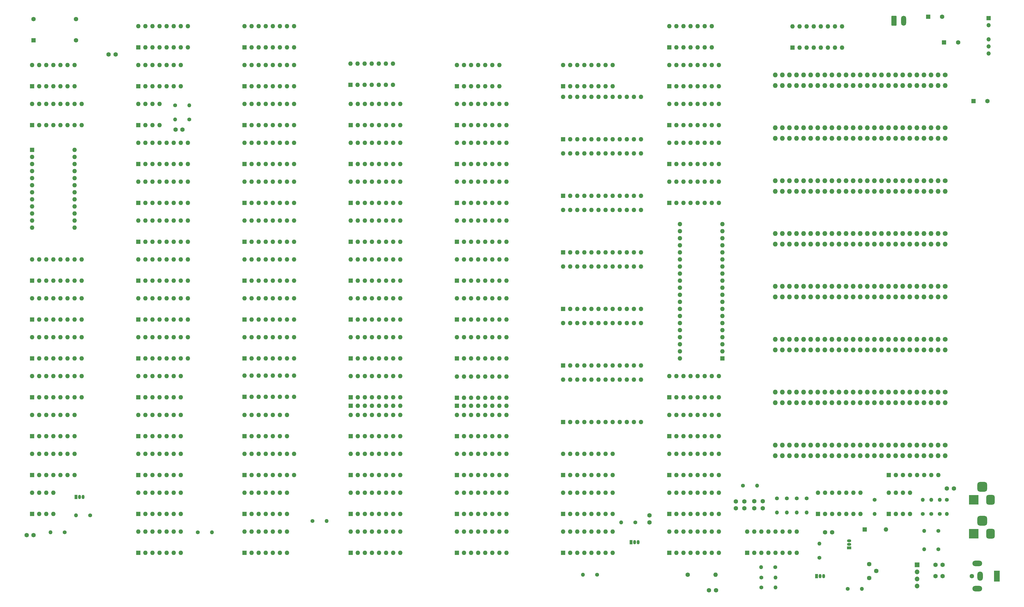
<source format=gbr>
G04 #@! TF.GenerationSoftware,KiCad,Pcbnew,6.0.0-d3dd2cf0fa~116~ubuntu21.10.1*
G04 #@! TF.CreationDate,2022-01-15T20:47:48-06:00*
G04 #@! TF.ProjectId,applebrd,6170706c-6562-4726-942e-6b696361645f,rev?*
G04 #@! TF.SameCoordinates,Original*
G04 #@! TF.FileFunction,Soldermask,Bot*
G04 #@! TF.FilePolarity,Negative*
%FSLAX46Y46*%
G04 Gerber Fmt 4.6, Leading zero omitted, Abs format (unit mm)*
G04 Created by KiCad (PCBNEW 6.0.0-d3dd2cf0fa~116~ubuntu21.10.1) date 2022-01-15 20:47:48*
%MOMM*%
%LPD*%
G01*
G04 APERTURE LIST*
G04 Aperture macros list*
%AMRoundRect*
0 Rectangle with rounded corners*
0 $1 Rounding radius*
0 $2 $3 $4 $5 $6 $7 $8 $9 X,Y pos of 4 corners*
0 Add a 4 corners polygon primitive as box body*
4,1,4,$2,$3,$4,$5,$6,$7,$8,$9,$2,$3,0*
0 Add four circle primitives for the rounded corners*
1,1,$1+$1,$2,$3*
1,1,$1+$1,$4,$5*
1,1,$1+$1,$6,$7*
1,1,$1+$1,$8,$9*
0 Add four rect primitives between the rounded corners*
20,1,$1+$1,$2,$3,$4,$5,0*
20,1,$1+$1,$4,$5,$6,$7,0*
20,1,$1+$1,$6,$7,$8,$9,0*
20,1,$1+$1,$8,$9,$2,$3,0*%
G04 Aperture macros list end*
%ADD10C,1.620000*%
%ADD11RoundRect,0.250000X-0.650000X-1.550000X0.650000X-1.550000X0.650000X1.550000X-0.650000X1.550000X0*%
%ADD12O,1.800000X3.600000*%
%ADD13R,2.000000X4.000000*%
%ADD14O,2.000000X3.300000*%
%ADD15O,3.500000X2.000000*%
%ADD16C,1.600000*%
%ADD17R,1.600000X1.600000*%
%ADD18O,1.600000X1.600000*%
%ADD19R,1.050000X1.500000*%
%ADD20O,1.050000X1.500000*%
%ADD21C,1.400000*%
%ADD22O,1.400000X1.400000*%
%ADD23R,1.500000X1.050000*%
%ADD24O,1.500000X1.050000*%
%ADD25R,3.500000X3.500000*%
%ADD26RoundRect,0.750000X0.750000X1.000000X-0.750000X1.000000X-0.750000X-1.000000X0.750000X-1.000000X0*%
%ADD27RoundRect,0.875000X0.875000X0.875000X-0.875000X0.875000X-0.875000X-0.875000X0.875000X-0.875000X0*%
%ADD28R,1.700000X1.700000*%
%ADD29O,1.700000X1.700000*%
%ADD30O,1.727200X1.727200*%
%ADD31C,1.727200*%
%ADD32R,1.500000X1.500000*%
%ADD33O,1.500000X1.500000*%
G04 APERTURE END LIST*
D10*
X358745400Y-360817800D03*
X361245400Y-358317800D03*
X358745400Y-355817800D03*
D11*
X367588800Y-160553400D03*
D12*
X371088800Y-160553400D03*
D13*
X404508600Y-360121200D03*
D14*
X398508600Y-360121200D03*
D15*
X397508600Y-355621200D03*
X397508600Y-364621200D03*
D16*
X395508600Y-360121200D03*
D17*
X357124000Y-343408000D03*
D18*
X364744000Y-343408000D03*
D19*
X273304000Y-347980000D03*
D20*
X274574000Y-347980000D03*
X275844000Y-347980000D03*
D19*
X339852000Y-360172000D03*
D20*
X341122000Y-360172000D03*
X342392000Y-360172000D03*
D19*
X74168000Y-331724000D03*
D20*
X75438000Y-331724000D03*
X76708000Y-331724000D03*
D21*
X261112000Y-359664000D03*
D22*
X256032000Y-359664000D03*
D21*
X324982840Y-356930960D03*
D22*
X319902840Y-356930960D03*
D21*
X320040000Y-364236000D03*
D22*
X325120000Y-364236000D03*
D21*
X320040000Y-360680000D03*
D22*
X325120000Y-360680000D03*
D21*
X351028000Y-364744000D03*
D22*
X356108000Y-364744000D03*
D21*
X383540000Y-350520000D03*
D22*
X378460000Y-350520000D03*
D21*
X114808000Y-196088000D03*
D22*
X114808000Y-191008000D03*
D21*
X109728000Y-191008000D03*
D22*
X109728000Y-196088000D03*
D21*
X79248000Y-338328000D03*
D22*
X74168000Y-338328000D03*
D21*
X360680000Y-332740000D03*
D22*
X360680000Y-337820000D03*
D21*
X377952000Y-337820000D03*
D22*
X377952000Y-332740000D03*
D21*
X381000000Y-337820000D03*
D22*
X381000000Y-332740000D03*
D21*
X383540000Y-343916000D03*
D22*
X378460000Y-343916000D03*
D21*
X384048000Y-337820000D03*
D22*
X384048000Y-332740000D03*
D21*
X325628000Y-332232000D03*
D22*
X325628000Y-337312000D03*
D21*
X329184000Y-332232000D03*
D22*
X329184000Y-337312000D03*
D21*
X332740000Y-332232000D03*
D22*
X332740000Y-337312000D03*
D21*
X336296000Y-332232000D03*
D22*
X336296000Y-337312000D03*
D21*
X340868000Y-353568000D03*
D22*
X340868000Y-348488000D03*
D21*
X117856000Y-344424000D03*
D22*
X122936000Y-344424000D03*
D21*
X70104000Y-344424000D03*
D22*
X65024000Y-344424000D03*
D21*
X274828000Y-340868000D03*
D22*
X269748000Y-340868000D03*
D21*
X386588000Y-332740000D03*
D22*
X386588000Y-337820000D03*
D21*
X159004000Y-340360000D03*
D22*
X164084000Y-340360000D03*
D17*
X172720000Y-298958000D03*
D18*
X175260000Y-298958000D03*
X177800000Y-298958000D03*
X180340000Y-298958000D03*
X182880000Y-298958000D03*
X185420000Y-298958000D03*
X187960000Y-298958000D03*
X190500000Y-298958000D03*
D17*
X58420000Y-184150000D03*
D18*
X60960000Y-184150000D03*
X63500000Y-184150000D03*
X66040000Y-184150000D03*
X68580000Y-184150000D03*
X71120000Y-184150000D03*
X73660000Y-184150000D03*
X73660000Y-176530000D03*
X71120000Y-176530000D03*
X68580000Y-176530000D03*
X66040000Y-176530000D03*
X63500000Y-176530000D03*
X60960000Y-176530000D03*
X58420000Y-176530000D03*
D17*
X58420000Y-198120000D03*
D18*
X60960000Y-198120000D03*
X63500000Y-198120000D03*
X66040000Y-198120000D03*
X68580000Y-198120000D03*
X71120000Y-198120000D03*
X73660000Y-198120000D03*
X76200000Y-198120000D03*
X76200000Y-190500000D03*
X73660000Y-190500000D03*
X71120000Y-190500000D03*
X68580000Y-190500000D03*
X66040000Y-190500000D03*
X63500000Y-190500000D03*
X60960000Y-190500000D03*
X58420000Y-190500000D03*
D17*
X58420000Y-207010000D03*
D18*
X58420000Y-209550000D03*
X58420000Y-212090000D03*
X58420000Y-214630000D03*
X58420000Y-217170000D03*
X58420000Y-219710000D03*
X58420000Y-222250000D03*
X58420000Y-224790000D03*
X58420000Y-227330000D03*
X58420000Y-229870000D03*
X58420000Y-232410000D03*
X58420000Y-234950000D03*
X73660000Y-234950000D03*
X73660000Y-232410000D03*
X73660000Y-229870000D03*
X73660000Y-227330000D03*
X73660000Y-224790000D03*
X73660000Y-222250000D03*
X73660000Y-219710000D03*
X73660000Y-217170000D03*
X73660000Y-214630000D03*
X73660000Y-212090000D03*
X73660000Y-209550000D03*
X73660000Y-207010000D03*
D17*
X58420000Y-267970000D03*
D18*
X60960000Y-267970000D03*
X63500000Y-267970000D03*
X66040000Y-267970000D03*
X68580000Y-267970000D03*
X71120000Y-267970000D03*
X73660000Y-267970000D03*
X76200000Y-267970000D03*
X76200000Y-260350000D03*
X73660000Y-260350000D03*
X71120000Y-260350000D03*
X68580000Y-260350000D03*
X66040000Y-260350000D03*
X63500000Y-260350000D03*
X60960000Y-260350000D03*
X58420000Y-260350000D03*
D17*
X58420000Y-254000000D03*
D18*
X60960000Y-254000000D03*
X63500000Y-254000000D03*
X66040000Y-254000000D03*
X68580000Y-254000000D03*
X71120000Y-254000000D03*
X73660000Y-254000000D03*
X76200000Y-254000000D03*
X76200000Y-246380000D03*
X73660000Y-246380000D03*
X71120000Y-246380000D03*
X68580000Y-246380000D03*
X66040000Y-246380000D03*
X63500000Y-246380000D03*
X60960000Y-246380000D03*
X58420000Y-246380000D03*
D17*
X58420000Y-281940000D03*
D18*
X60960000Y-281940000D03*
X63500000Y-281940000D03*
X66040000Y-281940000D03*
X68580000Y-281940000D03*
X71120000Y-281940000D03*
X73660000Y-281940000D03*
X76200000Y-281940000D03*
X76200000Y-274320000D03*
X73660000Y-274320000D03*
X71120000Y-274320000D03*
X68580000Y-274320000D03*
X66040000Y-274320000D03*
X63500000Y-274320000D03*
X60960000Y-274320000D03*
X58420000Y-274320000D03*
D17*
X58420000Y-295910000D03*
D18*
X60960000Y-295910000D03*
X63500000Y-295910000D03*
X66040000Y-295910000D03*
X68580000Y-295910000D03*
X71120000Y-295910000D03*
X73660000Y-295910000D03*
X76200000Y-295910000D03*
X76200000Y-288290000D03*
X73660000Y-288290000D03*
X71120000Y-288290000D03*
X68580000Y-288290000D03*
X66040000Y-288290000D03*
X63500000Y-288290000D03*
X60960000Y-288290000D03*
X58420000Y-288290000D03*
D17*
X58420000Y-309880000D03*
D18*
X60960000Y-309880000D03*
X63500000Y-309880000D03*
X66040000Y-309880000D03*
X68580000Y-309880000D03*
X71120000Y-309880000D03*
X73660000Y-309880000D03*
X73660000Y-302260000D03*
X71120000Y-302260000D03*
X68580000Y-302260000D03*
X66040000Y-302260000D03*
X63500000Y-302260000D03*
X60960000Y-302260000D03*
X58420000Y-302260000D03*
D17*
X58420000Y-323850000D03*
D18*
X60960000Y-323850000D03*
X63500000Y-323850000D03*
X66040000Y-323850000D03*
X68580000Y-323850000D03*
X71120000Y-323850000D03*
X73660000Y-323850000D03*
X73660000Y-316230000D03*
X71120000Y-316230000D03*
X68580000Y-316230000D03*
X66040000Y-316230000D03*
X63500000Y-316230000D03*
X60960000Y-316230000D03*
X58420000Y-316230000D03*
D17*
X96520000Y-170180000D03*
D18*
X99060000Y-170180000D03*
X101600000Y-170180000D03*
X104140000Y-170180000D03*
X106680000Y-170180000D03*
X109220000Y-170180000D03*
X111760000Y-170180000D03*
X114300000Y-170180000D03*
X114300000Y-162560000D03*
X111760000Y-162560000D03*
X109220000Y-162560000D03*
X106680000Y-162560000D03*
X104140000Y-162560000D03*
X101600000Y-162560000D03*
X99060000Y-162560000D03*
X96520000Y-162560000D03*
D17*
X96520000Y-184150000D03*
D18*
X99060000Y-184150000D03*
X101600000Y-184150000D03*
X104140000Y-184150000D03*
X106680000Y-184150000D03*
X109220000Y-184150000D03*
X111760000Y-184150000D03*
X111760000Y-176530000D03*
X109220000Y-176530000D03*
X106680000Y-176530000D03*
X104140000Y-176530000D03*
X101600000Y-176530000D03*
X99060000Y-176530000D03*
X96520000Y-176530000D03*
D17*
X96520000Y-212090000D03*
D18*
X99060000Y-212090000D03*
X101600000Y-212090000D03*
X104140000Y-212090000D03*
X106680000Y-212090000D03*
X109220000Y-212090000D03*
X111760000Y-212090000D03*
X114300000Y-212090000D03*
X114300000Y-204470000D03*
X111760000Y-204470000D03*
X109220000Y-204470000D03*
X106680000Y-204470000D03*
X104140000Y-204470000D03*
X101600000Y-204470000D03*
X99060000Y-204470000D03*
X96520000Y-204470000D03*
D17*
X96520000Y-226060000D03*
D18*
X99060000Y-226060000D03*
X101600000Y-226060000D03*
X104140000Y-226060000D03*
X106680000Y-226060000D03*
X109220000Y-226060000D03*
X111760000Y-226060000D03*
X114300000Y-226060000D03*
X114300000Y-218440000D03*
X111760000Y-218440000D03*
X109220000Y-218440000D03*
X106680000Y-218440000D03*
X104140000Y-218440000D03*
X101600000Y-218440000D03*
X99060000Y-218440000D03*
X96520000Y-218440000D03*
D17*
X96520000Y-240030000D03*
D18*
X99060000Y-240030000D03*
X101600000Y-240030000D03*
X104140000Y-240030000D03*
X106680000Y-240030000D03*
X109220000Y-240030000D03*
X111760000Y-240030000D03*
X114300000Y-240030000D03*
X114300000Y-232410000D03*
X111760000Y-232410000D03*
X109220000Y-232410000D03*
X106680000Y-232410000D03*
X104140000Y-232410000D03*
X101600000Y-232410000D03*
X99060000Y-232410000D03*
X96520000Y-232410000D03*
D17*
X96520000Y-254000000D03*
D18*
X99060000Y-254000000D03*
X101600000Y-254000000D03*
X104140000Y-254000000D03*
X106680000Y-254000000D03*
X109220000Y-254000000D03*
X111760000Y-254000000D03*
X114300000Y-254000000D03*
X114300000Y-246380000D03*
X111760000Y-246380000D03*
X109220000Y-246380000D03*
X106680000Y-246380000D03*
X104140000Y-246380000D03*
X101600000Y-246380000D03*
X99060000Y-246380000D03*
X96520000Y-246380000D03*
D17*
X96520000Y-267970000D03*
D18*
X99060000Y-267970000D03*
X101600000Y-267970000D03*
X104140000Y-267970000D03*
X106680000Y-267970000D03*
X109220000Y-267970000D03*
X111760000Y-267970000D03*
X114300000Y-267970000D03*
X114300000Y-260350000D03*
X111760000Y-260350000D03*
X109220000Y-260350000D03*
X106680000Y-260350000D03*
X104140000Y-260350000D03*
X101600000Y-260350000D03*
X99060000Y-260350000D03*
X96520000Y-260350000D03*
D17*
X96520000Y-281940000D03*
D18*
X99060000Y-281940000D03*
X101600000Y-281940000D03*
X104140000Y-281940000D03*
X106680000Y-281940000D03*
X109220000Y-281940000D03*
X111760000Y-281940000D03*
X114300000Y-281940000D03*
X114300000Y-274320000D03*
X111760000Y-274320000D03*
X109220000Y-274320000D03*
X106680000Y-274320000D03*
X104140000Y-274320000D03*
X101600000Y-274320000D03*
X99060000Y-274320000D03*
X96520000Y-274320000D03*
D17*
X96520000Y-295910000D03*
D18*
X99060000Y-295910000D03*
X101600000Y-295910000D03*
X104140000Y-295910000D03*
X106680000Y-295910000D03*
X109220000Y-295910000D03*
X111760000Y-295910000D03*
X111760000Y-288290000D03*
X109220000Y-288290000D03*
X106680000Y-288290000D03*
X104140000Y-288290000D03*
X101600000Y-288290000D03*
X99060000Y-288290000D03*
X96520000Y-288290000D03*
D17*
X96520000Y-309880000D03*
D18*
X99060000Y-309880000D03*
X101600000Y-309880000D03*
X104140000Y-309880000D03*
X106680000Y-309880000D03*
X109220000Y-309880000D03*
X111760000Y-309880000D03*
X111760000Y-302260000D03*
X109220000Y-302260000D03*
X106680000Y-302260000D03*
X104140000Y-302260000D03*
X101600000Y-302260000D03*
X99060000Y-302260000D03*
X96520000Y-302260000D03*
D17*
X96520000Y-337820000D03*
D18*
X99060000Y-337820000D03*
X101600000Y-337820000D03*
X104140000Y-337820000D03*
X106680000Y-337820000D03*
X109220000Y-337820000D03*
X111760000Y-337820000D03*
X111760000Y-330200000D03*
X109220000Y-330200000D03*
X106680000Y-330200000D03*
X104140000Y-330200000D03*
X101600000Y-330200000D03*
X99060000Y-330200000D03*
X96520000Y-330200000D03*
D17*
X96520000Y-351790000D03*
D18*
X99060000Y-351790000D03*
X101600000Y-351790000D03*
X104140000Y-351790000D03*
X106680000Y-351790000D03*
X109220000Y-351790000D03*
X111760000Y-351790000D03*
X111760000Y-344170000D03*
X109220000Y-344170000D03*
X106680000Y-344170000D03*
X104140000Y-344170000D03*
X101600000Y-344170000D03*
X99060000Y-344170000D03*
X96520000Y-344170000D03*
D17*
X134620000Y-170180000D03*
D18*
X137160000Y-170180000D03*
X139700000Y-170180000D03*
X142240000Y-170180000D03*
X144780000Y-170180000D03*
X147320000Y-170180000D03*
X149860000Y-170180000D03*
X152400000Y-170180000D03*
X152400000Y-162560000D03*
X149860000Y-162560000D03*
X147320000Y-162560000D03*
X144780000Y-162560000D03*
X142240000Y-162560000D03*
X139700000Y-162560000D03*
X137160000Y-162560000D03*
X134620000Y-162560000D03*
D17*
X134620000Y-184150000D03*
D18*
X137160000Y-184150000D03*
X139700000Y-184150000D03*
X142240000Y-184150000D03*
X144780000Y-184150000D03*
X147320000Y-184150000D03*
X149860000Y-184150000D03*
X152400000Y-184150000D03*
X152400000Y-176530000D03*
X149860000Y-176530000D03*
X147320000Y-176530000D03*
X144780000Y-176530000D03*
X142240000Y-176530000D03*
X139700000Y-176530000D03*
X137160000Y-176530000D03*
X134620000Y-176530000D03*
D17*
X134620000Y-323850000D03*
D18*
X137160000Y-323850000D03*
X139700000Y-323850000D03*
X142240000Y-323850000D03*
X144780000Y-323850000D03*
X147320000Y-323850000D03*
X149860000Y-323850000D03*
X152400000Y-323850000D03*
X152400000Y-316230000D03*
X149860000Y-316230000D03*
X147320000Y-316230000D03*
X144780000Y-316230000D03*
X142240000Y-316230000D03*
X139700000Y-316230000D03*
X137160000Y-316230000D03*
X134620000Y-316230000D03*
D17*
X134620000Y-337820000D03*
D18*
X137160000Y-337820000D03*
X139700000Y-337820000D03*
X142240000Y-337820000D03*
X144780000Y-337820000D03*
X147320000Y-337820000D03*
X149860000Y-337820000D03*
X149860000Y-330200000D03*
X147320000Y-330200000D03*
X144780000Y-330200000D03*
X142240000Y-330200000D03*
X139700000Y-330200000D03*
X137160000Y-330200000D03*
X134620000Y-330200000D03*
D17*
X134620000Y-351790000D03*
D18*
X137160000Y-351790000D03*
X139700000Y-351790000D03*
X142240000Y-351790000D03*
X144780000Y-351790000D03*
X147320000Y-351790000D03*
X149860000Y-351790000D03*
X149860000Y-344170000D03*
X147320000Y-344170000D03*
X144780000Y-344170000D03*
X142240000Y-344170000D03*
X139700000Y-344170000D03*
X137160000Y-344170000D03*
X134620000Y-344170000D03*
D17*
X172720000Y-309880000D03*
D18*
X175260000Y-309880000D03*
X177800000Y-309880000D03*
X180340000Y-309880000D03*
X182880000Y-309880000D03*
X185420000Y-309880000D03*
X187960000Y-309880000D03*
X190500000Y-309880000D03*
X190500000Y-302260000D03*
X187960000Y-302260000D03*
X185420000Y-302260000D03*
X182880000Y-302260000D03*
X180340000Y-302260000D03*
X177800000Y-302260000D03*
X175260000Y-302260000D03*
X172720000Y-302260000D03*
D17*
X172720000Y-323850000D03*
D18*
X175260000Y-323850000D03*
X177800000Y-323850000D03*
X180340000Y-323850000D03*
X182880000Y-323850000D03*
X185420000Y-323850000D03*
X187960000Y-323850000D03*
X190500000Y-323850000D03*
X190500000Y-316230000D03*
X187960000Y-316230000D03*
X185420000Y-316230000D03*
X182880000Y-316230000D03*
X180340000Y-316230000D03*
X177800000Y-316230000D03*
X175260000Y-316230000D03*
X172720000Y-316230000D03*
D17*
X172720000Y-337820000D03*
D18*
X175260000Y-337820000D03*
X177800000Y-337820000D03*
X180340000Y-337820000D03*
X182880000Y-337820000D03*
X185420000Y-337820000D03*
X187960000Y-337820000D03*
X190500000Y-337820000D03*
X190500000Y-330200000D03*
X187960000Y-330200000D03*
X185420000Y-330200000D03*
X182880000Y-330200000D03*
X180340000Y-330200000D03*
X177800000Y-330200000D03*
X175260000Y-330200000D03*
X172720000Y-330200000D03*
D17*
X172720000Y-351790000D03*
D18*
X175260000Y-351790000D03*
X177800000Y-351790000D03*
X180340000Y-351790000D03*
X182880000Y-351790000D03*
X185420000Y-351790000D03*
X187960000Y-351790000D03*
X190500000Y-351790000D03*
X190500000Y-344170000D03*
X187960000Y-344170000D03*
X185420000Y-344170000D03*
X182880000Y-344170000D03*
X180340000Y-344170000D03*
X177800000Y-344170000D03*
X175260000Y-344170000D03*
X172720000Y-344170000D03*
D17*
X210820000Y-309880000D03*
D18*
X213360000Y-309880000D03*
X215900000Y-309880000D03*
X218440000Y-309880000D03*
X220980000Y-309880000D03*
X223520000Y-309880000D03*
X226060000Y-309880000D03*
X228600000Y-309880000D03*
X228600000Y-302260000D03*
X226060000Y-302260000D03*
X223520000Y-302260000D03*
X220980000Y-302260000D03*
X218440000Y-302260000D03*
X215900000Y-302260000D03*
X213360000Y-302260000D03*
X210820000Y-302260000D03*
D17*
X210820000Y-323850000D03*
D18*
X213360000Y-323850000D03*
X215900000Y-323850000D03*
X218440000Y-323850000D03*
X220980000Y-323850000D03*
X223520000Y-323850000D03*
X226060000Y-323850000D03*
X228600000Y-323850000D03*
X228600000Y-316230000D03*
X226060000Y-316230000D03*
X223520000Y-316230000D03*
X220980000Y-316230000D03*
X218440000Y-316230000D03*
X215900000Y-316230000D03*
X213360000Y-316230000D03*
X210820000Y-316230000D03*
D17*
X210820000Y-351790000D03*
D18*
X213360000Y-351790000D03*
X215900000Y-351790000D03*
X218440000Y-351790000D03*
X220980000Y-351790000D03*
X223520000Y-351790000D03*
X226060000Y-351790000D03*
X228600000Y-351790000D03*
X228600000Y-344170000D03*
X226060000Y-344170000D03*
X223520000Y-344170000D03*
X220980000Y-344170000D03*
X218440000Y-344170000D03*
X215900000Y-344170000D03*
X213360000Y-344170000D03*
X210820000Y-344170000D03*
D17*
X248920000Y-184150000D03*
D18*
X251460000Y-184150000D03*
X254000000Y-184150000D03*
X256540000Y-184150000D03*
X259080000Y-184150000D03*
X261620000Y-184150000D03*
X264160000Y-184150000D03*
X266700000Y-184150000D03*
X266700000Y-176530000D03*
X264160000Y-176530000D03*
X261620000Y-176530000D03*
X259080000Y-176530000D03*
X256540000Y-176530000D03*
X254000000Y-176530000D03*
X251460000Y-176530000D03*
X248920000Y-176530000D03*
D17*
X248920000Y-323850000D03*
D18*
X251460000Y-323850000D03*
X254000000Y-323850000D03*
X256540000Y-323850000D03*
X259080000Y-323850000D03*
X261620000Y-323850000D03*
X264160000Y-323850000D03*
X266700000Y-323850000D03*
X266700000Y-316230000D03*
X264160000Y-316230000D03*
X261620000Y-316230000D03*
X259080000Y-316230000D03*
X256540000Y-316230000D03*
X254000000Y-316230000D03*
X251460000Y-316230000D03*
X248920000Y-316230000D03*
D17*
X248920000Y-337820000D03*
D18*
X251460000Y-337820000D03*
X254000000Y-337820000D03*
X256540000Y-337820000D03*
X259080000Y-337820000D03*
X261620000Y-337820000D03*
X264160000Y-337820000D03*
X266700000Y-337820000D03*
X266700000Y-330200000D03*
X264160000Y-330200000D03*
X261620000Y-330200000D03*
X259080000Y-330200000D03*
X256540000Y-330200000D03*
X254000000Y-330200000D03*
X251460000Y-330200000D03*
X248920000Y-330200000D03*
D17*
X248920000Y-351790000D03*
D18*
X251460000Y-351790000D03*
X254000000Y-351790000D03*
X256540000Y-351790000D03*
X259080000Y-351790000D03*
X261620000Y-351790000D03*
X264160000Y-351790000D03*
X266700000Y-351790000D03*
X266700000Y-344170000D03*
X264160000Y-344170000D03*
X261620000Y-344170000D03*
X259080000Y-344170000D03*
X256540000Y-344170000D03*
X254000000Y-344170000D03*
X251460000Y-344170000D03*
X248920000Y-344170000D03*
D17*
X287020000Y-170180000D03*
D18*
X289560000Y-170180000D03*
X292100000Y-170180000D03*
X294640000Y-170180000D03*
X297180000Y-170180000D03*
X299720000Y-170180000D03*
X302260000Y-170180000D03*
X302260000Y-162560000D03*
X299720000Y-162560000D03*
X297180000Y-162560000D03*
X294640000Y-162560000D03*
X292100000Y-162560000D03*
X289560000Y-162560000D03*
X287020000Y-162560000D03*
D17*
X287020000Y-351790000D03*
D18*
X289560000Y-351790000D03*
X292100000Y-351790000D03*
X294640000Y-351790000D03*
X297180000Y-351790000D03*
X299720000Y-351790000D03*
X302260000Y-351790000D03*
X304800000Y-351790000D03*
X304800000Y-344170000D03*
X302260000Y-344170000D03*
X299720000Y-344170000D03*
X297180000Y-344170000D03*
X294640000Y-344170000D03*
X292100000Y-344170000D03*
X289560000Y-344170000D03*
X287020000Y-344170000D03*
D17*
X331195680Y-170263820D03*
D18*
X333735680Y-170263820D03*
X336275680Y-170263820D03*
X338815680Y-170263820D03*
X341355680Y-170263820D03*
X343895680Y-170263820D03*
X346435680Y-170263820D03*
X348975680Y-170263820D03*
X348975680Y-162643820D03*
X346435680Y-162643820D03*
X343895680Y-162643820D03*
X341355680Y-162643820D03*
X338815680Y-162643820D03*
X336275680Y-162643820D03*
X333735680Y-162643820D03*
X331195680Y-162643820D03*
D17*
X287020000Y-198120000D03*
D18*
X289560000Y-198120000D03*
X292100000Y-198120000D03*
X294640000Y-198120000D03*
X297180000Y-198120000D03*
X299720000Y-198120000D03*
X302260000Y-198120000D03*
X304800000Y-198120000D03*
X304800000Y-190500000D03*
X302260000Y-190500000D03*
X299720000Y-190500000D03*
X297180000Y-190500000D03*
X294640000Y-190500000D03*
X292100000Y-190500000D03*
X289560000Y-190500000D03*
X287020000Y-190500000D03*
D17*
X287020000Y-212090000D03*
D18*
X289560000Y-212090000D03*
X292100000Y-212090000D03*
X294640000Y-212090000D03*
X297180000Y-212090000D03*
X299720000Y-212090000D03*
X302260000Y-212090000D03*
X304800000Y-212090000D03*
X304800000Y-204470000D03*
X302260000Y-204470000D03*
X299720000Y-204470000D03*
X297180000Y-204470000D03*
X294640000Y-204470000D03*
X292100000Y-204470000D03*
X289560000Y-204470000D03*
X287020000Y-204470000D03*
D17*
X314960000Y-351790000D03*
D18*
X317500000Y-351790000D03*
X320040000Y-351790000D03*
X322580000Y-351790000D03*
X325120000Y-351790000D03*
X327660000Y-351790000D03*
X330200000Y-351790000D03*
X332740000Y-351790000D03*
X332740000Y-344170000D03*
X330200000Y-344170000D03*
X327660000Y-344170000D03*
X325120000Y-344170000D03*
X322580000Y-344170000D03*
X320040000Y-344170000D03*
X317500000Y-344170000D03*
X314960000Y-344170000D03*
D17*
X365760000Y-337820000D03*
D18*
X368300000Y-337820000D03*
X370840000Y-337820000D03*
X373380000Y-337820000D03*
X373380000Y-330200000D03*
X370840000Y-330200000D03*
X368300000Y-330200000D03*
X365760000Y-330200000D03*
D17*
X287020000Y-226060000D03*
D18*
X289560000Y-226060000D03*
X292100000Y-226060000D03*
X294640000Y-226060000D03*
X297180000Y-226060000D03*
X299720000Y-226060000D03*
X302260000Y-226060000D03*
X304800000Y-226060000D03*
X304800000Y-218440000D03*
X302260000Y-218440000D03*
X299720000Y-218440000D03*
X297180000Y-218440000D03*
X294640000Y-218440000D03*
X292100000Y-218440000D03*
X289560000Y-218440000D03*
X287020000Y-218440000D03*
D17*
X287020000Y-295910000D03*
D18*
X289560000Y-295910000D03*
X292100000Y-295910000D03*
X294640000Y-295910000D03*
X297180000Y-295910000D03*
X299720000Y-295910000D03*
X302260000Y-295910000D03*
X304800000Y-295910000D03*
X304800000Y-288290000D03*
X302260000Y-288290000D03*
X299720000Y-288290000D03*
X297180000Y-288290000D03*
X294640000Y-288290000D03*
X292100000Y-288290000D03*
X289560000Y-288290000D03*
X287020000Y-288290000D03*
D17*
X287020000Y-309880000D03*
D18*
X289560000Y-309880000D03*
X292100000Y-309880000D03*
X294640000Y-309880000D03*
X297180000Y-309880000D03*
X299720000Y-309880000D03*
X302260000Y-309880000D03*
X304800000Y-309880000D03*
X304800000Y-302260000D03*
X302260000Y-302260000D03*
X299720000Y-302260000D03*
X297180000Y-302260000D03*
X294640000Y-302260000D03*
X292100000Y-302260000D03*
X289560000Y-302260000D03*
X287020000Y-302260000D03*
D17*
X248920000Y-203200000D03*
D18*
X251460000Y-203200000D03*
X254000000Y-203200000D03*
X256540000Y-203200000D03*
X259080000Y-203200000D03*
X261620000Y-203200000D03*
X264160000Y-203200000D03*
X266700000Y-203200000D03*
X269240000Y-203200000D03*
X271780000Y-203200000D03*
X274320000Y-203200000D03*
X276860000Y-203200000D03*
X276860000Y-187960000D03*
X274320000Y-187960000D03*
X271780000Y-187960000D03*
X269240000Y-187960000D03*
X266700000Y-187960000D03*
X264160000Y-187960000D03*
X261620000Y-187960000D03*
X259080000Y-187960000D03*
X256540000Y-187960000D03*
X254000000Y-187960000D03*
X251460000Y-187960000D03*
X248920000Y-187960000D03*
D17*
X248920000Y-223520000D03*
D18*
X251460000Y-223520000D03*
X254000000Y-223520000D03*
X256540000Y-223520000D03*
X259080000Y-223520000D03*
X261620000Y-223520000D03*
X264160000Y-223520000D03*
X266700000Y-223520000D03*
X269240000Y-223520000D03*
X271780000Y-223520000D03*
X274320000Y-223520000D03*
X276860000Y-223520000D03*
X276860000Y-208280000D03*
X274320000Y-208280000D03*
X271780000Y-208280000D03*
X269240000Y-208280000D03*
X266700000Y-208280000D03*
X264160000Y-208280000D03*
X261620000Y-208280000D03*
X259080000Y-208280000D03*
X256540000Y-208280000D03*
X254000000Y-208280000D03*
X251460000Y-208280000D03*
X248920000Y-208280000D03*
D17*
X248920000Y-243840000D03*
D18*
X251460000Y-243840000D03*
X254000000Y-243840000D03*
X256540000Y-243840000D03*
X259080000Y-243840000D03*
X261620000Y-243840000D03*
X264160000Y-243840000D03*
X266700000Y-243840000D03*
X269240000Y-243840000D03*
X271780000Y-243840000D03*
X274320000Y-243840000D03*
X276860000Y-243840000D03*
X276860000Y-228600000D03*
X274320000Y-228600000D03*
X271780000Y-228600000D03*
X269240000Y-228600000D03*
X266700000Y-228600000D03*
X264160000Y-228600000D03*
X261620000Y-228600000D03*
X259080000Y-228600000D03*
X256540000Y-228600000D03*
X254000000Y-228600000D03*
X251460000Y-228600000D03*
X248920000Y-228600000D03*
D17*
X248920000Y-264160000D03*
D18*
X251460000Y-264160000D03*
X254000000Y-264160000D03*
X256540000Y-264160000D03*
X259080000Y-264160000D03*
X261620000Y-264160000D03*
X264160000Y-264160000D03*
X266700000Y-264160000D03*
X269240000Y-264160000D03*
X271780000Y-264160000D03*
X274320000Y-264160000D03*
X276860000Y-264160000D03*
X276860000Y-248920000D03*
X274320000Y-248920000D03*
X271780000Y-248920000D03*
X269240000Y-248920000D03*
X266700000Y-248920000D03*
X264160000Y-248920000D03*
X261620000Y-248920000D03*
X259080000Y-248920000D03*
X256540000Y-248920000D03*
X254000000Y-248920000D03*
X251460000Y-248920000D03*
X248920000Y-248920000D03*
D17*
X248920000Y-284480000D03*
D18*
X251460000Y-284480000D03*
X254000000Y-284480000D03*
X256540000Y-284480000D03*
X259080000Y-284480000D03*
X261620000Y-284480000D03*
X264160000Y-284480000D03*
X266700000Y-284480000D03*
X269240000Y-284480000D03*
X271780000Y-284480000D03*
X274320000Y-284480000D03*
X276860000Y-284480000D03*
X276860000Y-269240000D03*
X274320000Y-269240000D03*
X271780000Y-269240000D03*
X269240000Y-269240000D03*
X266700000Y-269240000D03*
X264160000Y-269240000D03*
X261620000Y-269240000D03*
X259080000Y-269240000D03*
X256540000Y-269240000D03*
X254000000Y-269240000D03*
X251460000Y-269240000D03*
X248920000Y-269240000D03*
D17*
X248920000Y-304800000D03*
D18*
X251460000Y-304800000D03*
X254000000Y-304800000D03*
X256540000Y-304800000D03*
X259080000Y-304800000D03*
X261620000Y-304800000D03*
X264160000Y-304800000D03*
X266700000Y-304800000D03*
X269240000Y-304800000D03*
X271780000Y-304800000D03*
X274320000Y-304800000D03*
X276860000Y-304800000D03*
X276860000Y-289560000D03*
X274320000Y-289560000D03*
X271780000Y-289560000D03*
X269240000Y-289560000D03*
X266700000Y-289560000D03*
X264160000Y-289560000D03*
X261620000Y-289560000D03*
X259080000Y-289560000D03*
X256540000Y-289560000D03*
X254000000Y-289560000D03*
X251460000Y-289560000D03*
X248920000Y-289560000D03*
D17*
X58928000Y-167640000D03*
D16*
X74168000Y-167640000D03*
X74168000Y-160020000D03*
X58928000Y-160020000D03*
D17*
X287020000Y-337820000D03*
D18*
X289560000Y-337820000D03*
X292100000Y-337820000D03*
X294640000Y-337820000D03*
X297180000Y-337820000D03*
X299720000Y-337820000D03*
X302260000Y-337820000D03*
X304800000Y-337820000D03*
X304800000Y-330200000D03*
X302260000Y-330200000D03*
X299720000Y-330200000D03*
X297180000Y-330200000D03*
X294640000Y-330200000D03*
X292100000Y-330200000D03*
X289560000Y-330200000D03*
X287020000Y-330200000D03*
D17*
X134620000Y-309880000D03*
D18*
X137160000Y-309880000D03*
X139700000Y-309880000D03*
X142240000Y-309880000D03*
X144780000Y-309880000D03*
X147320000Y-309880000D03*
X149860000Y-309880000D03*
X149860000Y-302260000D03*
X147320000Y-302260000D03*
X144780000Y-302260000D03*
X142240000Y-302260000D03*
X139700000Y-302260000D03*
X137160000Y-302260000D03*
X134620000Y-302260000D03*
D17*
X210820000Y-337820000D03*
D18*
X213360000Y-337820000D03*
X215900000Y-337820000D03*
X218440000Y-337820000D03*
X220980000Y-337820000D03*
X223520000Y-337820000D03*
X226060000Y-337820000D03*
X228600000Y-337820000D03*
X228600000Y-330200000D03*
X226060000Y-330200000D03*
X223520000Y-330200000D03*
X220980000Y-330200000D03*
X218440000Y-330200000D03*
X215900000Y-330200000D03*
X213360000Y-330200000D03*
X210820000Y-330200000D03*
D17*
X58420000Y-337820000D03*
D18*
X60960000Y-337820000D03*
X63500000Y-337820000D03*
X66040000Y-337820000D03*
X66040000Y-330200000D03*
X63500000Y-330200000D03*
X60960000Y-330200000D03*
X58420000Y-330200000D03*
D17*
X287020000Y-184150000D03*
D18*
X289560000Y-184150000D03*
X292100000Y-184150000D03*
X294640000Y-184150000D03*
X297180000Y-184150000D03*
X299720000Y-184150000D03*
X302260000Y-184150000D03*
X304800000Y-184150000D03*
X304800000Y-176530000D03*
X302260000Y-176530000D03*
X299720000Y-176530000D03*
X297180000Y-176530000D03*
X294640000Y-176530000D03*
X292100000Y-176530000D03*
X289560000Y-176530000D03*
X287020000Y-176530000D03*
D17*
X287020000Y-323850000D03*
D18*
X289560000Y-323850000D03*
X292100000Y-323850000D03*
X294640000Y-323850000D03*
X297180000Y-323850000D03*
X299720000Y-323850000D03*
X302260000Y-323850000D03*
X304800000Y-323850000D03*
X304800000Y-316230000D03*
X302260000Y-316230000D03*
X299720000Y-316230000D03*
X297180000Y-316230000D03*
X294640000Y-316230000D03*
X292100000Y-316230000D03*
X289560000Y-316230000D03*
X287020000Y-316230000D03*
D16*
X301244000Y-365252000D03*
X303744000Y-365252000D03*
X58928000Y-345440000D03*
X56428000Y-345440000D03*
X310896000Y-335788000D03*
X310896000Y-333288000D03*
X313944000Y-335788000D03*
X313944000Y-333288000D03*
X317500000Y-335748000D03*
X317500000Y-333248000D03*
X320548000Y-335748000D03*
X320548000Y-333248000D03*
X279908000Y-340828000D03*
X279908000Y-338328000D03*
X386588000Y-328676000D03*
X389088000Y-328676000D03*
X342900000Y-344424000D03*
X345400000Y-344424000D03*
X85852000Y-172720000D03*
X88352000Y-172720000D03*
X109860080Y-199694800D03*
X112360080Y-199694800D03*
X293624000Y-359664000D03*
D18*
X303624000Y-359664000D03*
D21*
X313436000Y-327660000D03*
D22*
X318516000Y-327660000D03*
D23*
X351536000Y-350012000D03*
D24*
X351536000Y-348742000D03*
X351536000Y-347472000D03*
D25*
X396240000Y-344932000D03*
D26*
X402240000Y-344932000D03*
D27*
X399240000Y-340232000D03*
D25*
X396240000Y-332740000D03*
D26*
X402240000Y-332740000D03*
D27*
X399240000Y-328040000D03*
D17*
X340360000Y-337820000D03*
D18*
X342900000Y-337820000D03*
X345440000Y-337820000D03*
X347980000Y-337820000D03*
X350520000Y-337820000D03*
X353060000Y-337820000D03*
X355600000Y-337820000D03*
X355600000Y-330200000D03*
X353060000Y-330200000D03*
X350520000Y-330200000D03*
X347980000Y-330200000D03*
X345440000Y-330200000D03*
X342900000Y-330200000D03*
X340360000Y-330200000D03*
D17*
X210820000Y-184150000D03*
D18*
X213360000Y-184150000D03*
X215900000Y-184150000D03*
X218440000Y-184150000D03*
X220980000Y-184150000D03*
X223520000Y-184150000D03*
X226060000Y-184150000D03*
X226060000Y-176530000D03*
X223520000Y-176530000D03*
X220980000Y-176530000D03*
X218440000Y-176530000D03*
X215900000Y-176530000D03*
X213360000Y-176530000D03*
X210820000Y-176530000D03*
D16*
X382524000Y-356108000D03*
X385024000Y-356108000D03*
X382524000Y-360172000D03*
X385024000Y-360172000D03*
D28*
X375920000Y-356108000D03*
D29*
X375920000Y-358648000D03*
X375920000Y-361188000D03*
X375920000Y-363728000D03*
D17*
X96520000Y-323850000D03*
D18*
X99060000Y-323850000D03*
X101600000Y-323850000D03*
X104140000Y-323850000D03*
X106680000Y-323850000D03*
X109220000Y-323850000D03*
X111760000Y-323850000D03*
X111760000Y-316230000D03*
X109220000Y-316230000D03*
X106680000Y-316230000D03*
X104140000Y-316230000D03*
X101600000Y-316230000D03*
X99060000Y-316230000D03*
X96520000Y-316230000D03*
D17*
X365760000Y-323850000D03*
D18*
X368300000Y-323850000D03*
X370840000Y-323850000D03*
X373380000Y-323850000D03*
X375920000Y-323850000D03*
X378460000Y-323850000D03*
X381000000Y-323850000D03*
X383540000Y-323850000D03*
D17*
X96520000Y-198120000D03*
D18*
X99060000Y-198120000D03*
X101600000Y-198120000D03*
X104140000Y-198120000D03*
X104140000Y-190500000D03*
X101600000Y-190500000D03*
X99060000Y-190500000D03*
X96520000Y-190500000D03*
D17*
X210820000Y-298958000D03*
D18*
X213360000Y-298958000D03*
X215900000Y-298958000D03*
X218440000Y-298958000D03*
X220980000Y-298958000D03*
X223520000Y-298958000D03*
X226060000Y-298958000D03*
X228600000Y-298958000D03*
D17*
X172620940Y-183657240D03*
D18*
X175160940Y-183657240D03*
X177700940Y-183657240D03*
X180240940Y-183657240D03*
X182780940Y-183657240D03*
X185320940Y-183657240D03*
X187860940Y-183657240D03*
X187860940Y-176037240D03*
X185320940Y-176037240D03*
X182780940Y-176037240D03*
X180240940Y-176037240D03*
X177700940Y-176037240D03*
X175160940Y-176037240D03*
X172620940Y-176037240D03*
D17*
X134620000Y-198120000D03*
D18*
X137160000Y-198120000D03*
X139700000Y-198120000D03*
X142240000Y-198120000D03*
X144780000Y-198120000D03*
X147320000Y-198120000D03*
X149860000Y-198120000D03*
X152400000Y-198120000D03*
X152400000Y-190500000D03*
X149860000Y-190500000D03*
X147320000Y-190500000D03*
X144780000Y-190500000D03*
X142240000Y-190500000D03*
X139700000Y-190500000D03*
X137160000Y-190500000D03*
X134620000Y-190500000D03*
D17*
X134620000Y-212090000D03*
D18*
X137160000Y-212090000D03*
X139700000Y-212090000D03*
X142240000Y-212090000D03*
X144780000Y-212090000D03*
X147320000Y-212090000D03*
X149860000Y-212090000D03*
X152400000Y-212090000D03*
X152400000Y-204470000D03*
X149860000Y-204470000D03*
X147320000Y-204470000D03*
X144780000Y-204470000D03*
X142240000Y-204470000D03*
X139700000Y-204470000D03*
X137160000Y-204470000D03*
X134620000Y-204470000D03*
D17*
X134620000Y-226060000D03*
D18*
X137160000Y-226060000D03*
X139700000Y-226060000D03*
X142240000Y-226060000D03*
X144780000Y-226060000D03*
X147320000Y-226060000D03*
X149860000Y-226060000D03*
X152400000Y-226060000D03*
X152400000Y-218440000D03*
X149860000Y-218440000D03*
X147320000Y-218440000D03*
X144780000Y-218440000D03*
X142240000Y-218440000D03*
X139700000Y-218440000D03*
X137160000Y-218440000D03*
X134620000Y-218440000D03*
D17*
X134620000Y-240030000D03*
D18*
X137160000Y-240030000D03*
X139700000Y-240030000D03*
X142240000Y-240030000D03*
X144780000Y-240030000D03*
X147320000Y-240030000D03*
X149860000Y-240030000D03*
X152400000Y-240030000D03*
X152400000Y-232410000D03*
X149860000Y-232410000D03*
X147320000Y-232410000D03*
X144780000Y-232410000D03*
X142240000Y-232410000D03*
X139700000Y-232410000D03*
X137160000Y-232410000D03*
X134620000Y-232410000D03*
D17*
X134620000Y-254000000D03*
D18*
X137160000Y-254000000D03*
X139700000Y-254000000D03*
X142240000Y-254000000D03*
X144780000Y-254000000D03*
X147320000Y-254000000D03*
X149860000Y-254000000D03*
X152400000Y-254000000D03*
X152400000Y-246380000D03*
X149860000Y-246380000D03*
X147320000Y-246380000D03*
X144780000Y-246380000D03*
X142240000Y-246380000D03*
X139700000Y-246380000D03*
X137160000Y-246380000D03*
X134620000Y-246380000D03*
D17*
X134620000Y-267970000D03*
D18*
X137160000Y-267970000D03*
X139700000Y-267970000D03*
X142240000Y-267970000D03*
X144780000Y-267970000D03*
X147320000Y-267970000D03*
X149860000Y-267970000D03*
X152400000Y-267970000D03*
X152400000Y-260350000D03*
X149860000Y-260350000D03*
X147320000Y-260350000D03*
X144780000Y-260350000D03*
X142240000Y-260350000D03*
X139700000Y-260350000D03*
X137160000Y-260350000D03*
X134620000Y-260350000D03*
D17*
X134620000Y-281940000D03*
D18*
X137160000Y-281940000D03*
X139700000Y-281940000D03*
X142240000Y-281940000D03*
X144780000Y-281940000D03*
X147320000Y-281940000D03*
X149860000Y-281940000D03*
X152400000Y-281940000D03*
X152400000Y-274320000D03*
X149860000Y-274320000D03*
X147320000Y-274320000D03*
X144780000Y-274320000D03*
X142240000Y-274320000D03*
X139700000Y-274320000D03*
X137160000Y-274320000D03*
X134620000Y-274320000D03*
D17*
X172720000Y-198120000D03*
D18*
X175260000Y-198120000D03*
X177800000Y-198120000D03*
X180340000Y-198120000D03*
X182880000Y-198120000D03*
X185420000Y-198120000D03*
X187960000Y-198120000D03*
X190500000Y-198120000D03*
X190500000Y-190500000D03*
X187960000Y-190500000D03*
X185420000Y-190500000D03*
X182880000Y-190500000D03*
X180340000Y-190500000D03*
X177800000Y-190500000D03*
X175260000Y-190500000D03*
X172720000Y-190500000D03*
D17*
X172720000Y-212090000D03*
D18*
X175260000Y-212090000D03*
X177800000Y-212090000D03*
X180340000Y-212090000D03*
X182880000Y-212090000D03*
X185420000Y-212090000D03*
X187960000Y-212090000D03*
X190500000Y-212090000D03*
X190500000Y-204470000D03*
X187960000Y-204470000D03*
X185420000Y-204470000D03*
X182880000Y-204470000D03*
X180340000Y-204470000D03*
X177800000Y-204470000D03*
X175260000Y-204470000D03*
X172720000Y-204470000D03*
D17*
X172720000Y-226060000D03*
D18*
X175260000Y-226060000D03*
X177800000Y-226060000D03*
X180340000Y-226060000D03*
X182880000Y-226060000D03*
X185420000Y-226060000D03*
X187960000Y-226060000D03*
X190500000Y-226060000D03*
X190500000Y-218440000D03*
X187960000Y-218440000D03*
X185420000Y-218440000D03*
X182880000Y-218440000D03*
X180340000Y-218440000D03*
X177800000Y-218440000D03*
X175260000Y-218440000D03*
X172720000Y-218440000D03*
D17*
X172720000Y-240030000D03*
D18*
X175260000Y-240030000D03*
X177800000Y-240030000D03*
X180340000Y-240030000D03*
X182880000Y-240030000D03*
X185420000Y-240030000D03*
X187960000Y-240030000D03*
X190500000Y-240030000D03*
X190500000Y-232410000D03*
X187960000Y-232410000D03*
X185420000Y-232410000D03*
X182880000Y-232410000D03*
X180340000Y-232410000D03*
X177800000Y-232410000D03*
X175260000Y-232410000D03*
X172720000Y-232410000D03*
D17*
X172720000Y-254000000D03*
D18*
X175260000Y-254000000D03*
X177800000Y-254000000D03*
X180340000Y-254000000D03*
X182880000Y-254000000D03*
X185420000Y-254000000D03*
X187960000Y-254000000D03*
X190500000Y-254000000D03*
X190500000Y-246380000D03*
X187960000Y-246380000D03*
X185420000Y-246380000D03*
X182880000Y-246380000D03*
X180340000Y-246380000D03*
X177800000Y-246380000D03*
X175260000Y-246380000D03*
X172720000Y-246380000D03*
D17*
X172720000Y-267970000D03*
D18*
X175260000Y-267970000D03*
X177800000Y-267970000D03*
X180340000Y-267970000D03*
X182880000Y-267970000D03*
X185420000Y-267970000D03*
X187960000Y-267970000D03*
X190500000Y-267970000D03*
X190500000Y-260350000D03*
X187960000Y-260350000D03*
X185420000Y-260350000D03*
X182880000Y-260350000D03*
X180340000Y-260350000D03*
X177800000Y-260350000D03*
X175260000Y-260350000D03*
X172720000Y-260350000D03*
D17*
X172720000Y-281940000D03*
D18*
X175260000Y-281940000D03*
X177800000Y-281940000D03*
X180340000Y-281940000D03*
X182880000Y-281940000D03*
X185420000Y-281940000D03*
X187960000Y-281940000D03*
X190500000Y-281940000D03*
X190500000Y-274320000D03*
X187960000Y-274320000D03*
X185420000Y-274320000D03*
X182880000Y-274320000D03*
X180340000Y-274320000D03*
X177800000Y-274320000D03*
X175260000Y-274320000D03*
X172720000Y-274320000D03*
D17*
X172720000Y-295910000D03*
D18*
X175260000Y-295910000D03*
X177800000Y-295910000D03*
X180340000Y-295910000D03*
X182880000Y-295910000D03*
X185420000Y-295910000D03*
X187960000Y-295910000D03*
X190500000Y-295910000D03*
X190500000Y-288290000D03*
X187960000Y-288290000D03*
X185420000Y-288290000D03*
X182880000Y-288290000D03*
X180340000Y-288290000D03*
X177800000Y-288290000D03*
X175260000Y-288290000D03*
X172720000Y-288290000D03*
D17*
X210820000Y-198120000D03*
D18*
X213360000Y-198120000D03*
X215900000Y-198120000D03*
X218440000Y-198120000D03*
X220980000Y-198120000D03*
X223520000Y-198120000D03*
X226060000Y-198120000D03*
X228600000Y-198120000D03*
X228600000Y-190500000D03*
X226060000Y-190500000D03*
X223520000Y-190500000D03*
X220980000Y-190500000D03*
X218440000Y-190500000D03*
X215900000Y-190500000D03*
X213360000Y-190500000D03*
X210820000Y-190500000D03*
D17*
X210820000Y-212090000D03*
D18*
X213360000Y-212090000D03*
X215900000Y-212090000D03*
X218440000Y-212090000D03*
X220980000Y-212090000D03*
X223520000Y-212090000D03*
X226060000Y-212090000D03*
X228600000Y-212090000D03*
X228600000Y-204470000D03*
X226060000Y-204470000D03*
X223520000Y-204470000D03*
X220980000Y-204470000D03*
X218440000Y-204470000D03*
X215900000Y-204470000D03*
X213360000Y-204470000D03*
X210820000Y-204470000D03*
D17*
X210820000Y-226060000D03*
D18*
X213360000Y-226060000D03*
X215900000Y-226060000D03*
X218440000Y-226060000D03*
X220980000Y-226060000D03*
X223520000Y-226060000D03*
X226060000Y-226060000D03*
X228600000Y-226060000D03*
X228600000Y-218440000D03*
X226060000Y-218440000D03*
X223520000Y-218440000D03*
X220980000Y-218440000D03*
X218440000Y-218440000D03*
X215900000Y-218440000D03*
X213360000Y-218440000D03*
X210820000Y-218440000D03*
D17*
X210820000Y-240030000D03*
D18*
X213360000Y-240030000D03*
X215900000Y-240030000D03*
X218440000Y-240030000D03*
X220980000Y-240030000D03*
X223520000Y-240030000D03*
X226060000Y-240030000D03*
X228600000Y-240030000D03*
X228600000Y-232410000D03*
X226060000Y-232410000D03*
X223520000Y-232410000D03*
X220980000Y-232410000D03*
X218440000Y-232410000D03*
X215900000Y-232410000D03*
X213360000Y-232410000D03*
X210820000Y-232410000D03*
D17*
X210820000Y-254000000D03*
D18*
X213360000Y-254000000D03*
X215900000Y-254000000D03*
X218440000Y-254000000D03*
X220980000Y-254000000D03*
X223520000Y-254000000D03*
X226060000Y-254000000D03*
X228600000Y-254000000D03*
X228600000Y-246380000D03*
X226060000Y-246380000D03*
X223520000Y-246380000D03*
X220980000Y-246380000D03*
X218440000Y-246380000D03*
X215900000Y-246380000D03*
X213360000Y-246380000D03*
X210820000Y-246380000D03*
D17*
X210820000Y-267970000D03*
D18*
X213360000Y-267970000D03*
X215900000Y-267970000D03*
X218440000Y-267970000D03*
X220980000Y-267970000D03*
X223520000Y-267970000D03*
X226060000Y-267970000D03*
X228600000Y-267970000D03*
X228600000Y-260350000D03*
X226060000Y-260350000D03*
X223520000Y-260350000D03*
X220980000Y-260350000D03*
X218440000Y-260350000D03*
X215900000Y-260350000D03*
X213360000Y-260350000D03*
X210820000Y-260350000D03*
D17*
X210820000Y-281940000D03*
D18*
X213360000Y-281940000D03*
X215900000Y-281940000D03*
X218440000Y-281940000D03*
X220980000Y-281940000D03*
X223520000Y-281940000D03*
X226060000Y-281940000D03*
X228600000Y-281940000D03*
X228600000Y-274320000D03*
X226060000Y-274320000D03*
X223520000Y-274320000D03*
X220980000Y-274320000D03*
X218440000Y-274320000D03*
X215900000Y-274320000D03*
X213360000Y-274320000D03*
X210820000Y-274320000D03*
D17*
X210820000Y-296049700D03*
D18*
X213360000Y-296049700D03*
X215900000Y-296049700D03*
X218440000Y-296049700D03*
X220980000Y-296049700D03*
X223520000Y-296049700D03*
X226060000Y-296049700D03*
X228600000Y-296049700D03*
X228600000Y-288429700D03*
X226060000Y-288429700D03*
X223520000Y-288429700D03*
X220980000Y-288429700D03*
X218440000Y-288429700D03*
X215900000Y-288429700D03*
X213360000Y-288429700D03*
X210820000Y-288429700D03*
D17*
X134620000Y-295765220D03*
D18*
X137160000Y-295765220D03*
X139700000Y-295765220D03*
X142240000Y-295765220D03*
X144780000Y-295765220D03*
X147320000Y-295765220D03*
X149860000Y-295765220D03*
X152400000Y-295765220D03*
X152400000Y-288145220D03*
X149860000Y-288145220D03*
X147320000Y-288145220D03*
X144780000Y-288145220D03*
X142240000Y-288145220D03*
X139700000Y-288145220D03*
X137160000Y-288145220D03*
X134620000Y-288145220D03*
D30*
X325040000Y-316865000D03*
X327580000Y-316865000D03*
X330120000Y-316865000D03*
X332660000Y-316865000D03*
X335200000Y-316865000D03*
X337740000Y-316865000D03*
X340280000Y-316865000D03*
X342820000Y-316865000D03*
X345360000Y-316865000D03*
X347900000Y-316865000D03*
X350440000Y-316865000D03*
X352980000Y-316865000D03*
X355520000Y-316865000D03*
X358060000Y-316865000D03*
X360600000Y-316865000D03*
X363140000Y-316865000D03*
X365680000Y-316865000D03*
X368220000Y-316865000D03*
X370760000Y-316865000D03*
X373300000Y-316865000D03*
X375840000Y-316865000D03*
X378380000Y-316865000D03*
X380920000Y-316865000D03*
X383460000Y-316865000D03*
X386000000Y-316865000D03*
D31*
X386000000Y-313055000D03*
D30*
X383460000Y-313055000D03*
X380920000Y-313055000D03*
X378380000Y-313055000D03*
X375840000Y-313055000D03*
X373300000Y-313055000D03*
X370760000Y-313055000D03*
X368220000Y-313055000D03*
X365680000Y-313055000D03*
X363140000Y-313055000D03*
X360600000Y-313055000D03*
X358060000Y-313055000D03*
X355520000Y-313055000D03*
X352980000Y-313055000D03*
X350440000Y-313055000D03*
X347900000Y-313055000D03*
X345360000Y-313055000D03*
X342820000Y-313055000D03*
X340280000Y-313055000D03*
X337740000Y-313055000D03*
X335200000Y-313055000D03*
X332660000Y-313055000D03*
X330120000Y-313055000D03*
X327580000Y-313055000D03*
X325040000Y-313055000D03*
X325040000Y-297865000D03*
X327580000Y-297865000D03*
X330120000Y-297865000D03*
X332660000Y-297865000D03*
X335200000Y-297865000D03*
X337740000Y-297865000D03*
X340280000Y-297865000D03*
X342820000Y-297865000D03*
X345360000Y-297865000D03*
X347900000Y-297865000D03*
X350440000Y-297865000D03*
X352980000Y-297865000D03*
X355520000Y-297865000D03*
X358060000Y-297865000D03*
X360600000Y-297865000D03*
X363140000Y-297865000D03*
X365680000Y-297865000D03*
X368220000Y-297865000D03*
X370760000Y-297865000D03*
X373300000Y-297865000D03*
X375840000Y-297865000D03*
X378380000Y-297865000D03*
X380920000Y-297865000D03*
X383460000Y-297865000D03*
X386000000Y-297865000D03*
D31*
X386000000Y-294055000D03*
D30*
X383460000Y-294055000D03*
X380920000Y-294055000D03*
X378380000Y-294055000D03*
X375840000Y-294055000D03*
X373300000Y-294055000D03*
X370760000Y-294055000D03*
X368220000Y-294055000D03*
X365680000Y-294055000D03*
X363140000Y-294055000D03*
X360600000Y-294055000D03*
X358060000Y-294055000D03*
X355520000Y-294055000D03*
X352980000Y-294055000D03*
X350440000Y-294055000D03*
X347900000Y-294055000D03*
X345360000Y-294055000D03*
X342820000Y-294055000D03*
X340280000Y-294055000D03*
X337740000Y-294055000D03*
X335200000Y-294055000D03*
X332660000Y-294055000D03*
X330120000Y-294055000D03*
X327580000Y-294055000D03*
X325040000Y-294055000D03*
X325040000Y-278865000D03*
X327580000Y-278865000D03*
X330120000Y-278865000D03*
X332660000Y-278865000D03*
X335200000Y-278865000D03*
X337740000Y-278865000D03*
X340280000Y-278865000D03*
X342820000Y-278865000D03*
X345360000Y-278865000D03*
X347900000Y-278865000D03*
X350440000Y-278865000D03*
X352980000Y-278865000D03*
X355520000Y-278865000D03*
X358060000Y-278865000D03*
X360600000Y-278865000D03*
X363140000Y-278865000D03*
X365680000Y-278865000D03*
X368220000Y-278865000D03*
X370760000Y-278865000D03*
X373300000Y-278865000D03*
X375840000Y-278865000D03*
X378380000Y-278865000D03*
X380920000Y-278865000D03*
X383460000Y-278865000D03*
X386000000Y-278865000D03*
D31*
X386000000Y-275055000D03*
D30*
X383460000Y-275055000D03*
X380920000Y-275055000D03*
X378380000Y-275055000D03*
X375840000Y-275055000D03*
X373300000Y-275055000D03*
X370760000Y-275055000D03*
X368220000Y-275055000D03*
X365680000Y-275055000D03*
X363140000Y-275055000D03*
X360600000Y-275055000D03*
X358060000Y-275055000D03*
X355520000Y-275055000D03*
X352980000Y-275055000D03*
X350440000Y-275055000D03*
X347900000Y-275055000D03*
X345360000Y-275055000D03*
X342820000Y-275055000D03*
X340280000Y-275055000D03*
X337740000Y-275055000D03*
X335200000Y-275055000D03*
X332660000Y-275055000D03*
X330120000Y-275055000D03*
X327580000Y-275055000D03*
X325040000Y-275055000D03*
X325040000Y-259865000D03*
X327580000Y-259865000D03*
X330120000Y-259865000D03*
X332660000Y-259865000D03*
X335200000Y-259865000D03*
X337740000Y-259865000D03*
X340280000Y-259865000D03*
X342820000Y-259865000D03*
X345360000Y-259865000D03*
X347900000Y-259865000D03*
X350440000Y-259865000D03*
X352980000Y-259865000D03*
X355520000Y-259865000D03*
X358060000Y-259865000D03*
X360600000Y-259865000D03*
X363140000Y-259865000D03*
X365680000Y-259865000D03*
X368220000Y-259865000D03*
X370760000Y-259865000D03*
X373300000Y-259865000D03*
X375840000Y-259865000D03*
X378380000Y-259865000D03*
X380920000Y-259865000D03*
X383460000Y-259865000D03*
X386000000Y-259865000D03*
D31*
X386000000Y-256055000D03*
D30*
X383460000Y-256055000D03*
X380920000Y-256055000D03*
X378380000Y-256055000D03*
X375840000Y-256055000D03*
X373300000Y-256055000D03*
X370760000Y-256055000D03*
X368220000Y-256055000D03*
X365680000Y-256055000D03*
X363140000Y-256055000D03*
X360600000Y-256055000D03*
X358060000Y-256055000D03*
X355520000Y-256055000D03*
X352980000Y-256055000D03*
X350440000Y-256055000D03*
X347900000Y-256055000D03*
X345360000Y-256055000D03*
X342820000Y-256055000D03*
X340280000Y-256055000D03*
X337740000Y-256055000D03*
X335200000Y-256055000D03*
X332660000Y-256055000D03*
X330120000Y-256055000D03*
X327580000Y-256055000D03*
X325040000Y-256055000D03*
X325040000Y-240865000D03*
X327580000Y-240865000D03*
X330120000Y-240865000D03*
X332660000Y-240865000D03*
X335200000Y-240865000D03*
X337740000Y-240865000D03*
X340280000Y-240865000D03*
X342820000Y-240865000D03*
X345360000Y-240865000D03*
X347900000Y-240865000D03*
X350440000Y-240865000D03*
X352980000Y-240865000D03*
X355520000Y-240865000D03*
X358060000Y-240865000D03*
X360600000Y-240865000D03*
X363140000Y-240865000D03*
X365680000Y-240865000D03*
X368220000Y-240865000D03*
X370760000Y-240865000D03*
X373300000Y-240865000D03*
X375840000Y-240865000D03*
X378380000Y-240865000D03*
X380920000Y-240865000D03*
X383460000Y-240865000D03*
X386000000Y-240865000D03*
D31*
X386000000Y-237055000D03*
D30*
X383460000Y-237055000D03*
X380920000Y-237055000D03*
X378380000Y-237055000D03*
X375840000Y-237055000D03*
X373300000Y-237055000D03*
X370760000Y-237055000D03*
X368220000Y-237055000D03*
X365680000Y-237055000D03*
X363140000Y-237055000D03*
X360600000Y-237055000D03*
X358060000Y-237055000D03*
X355520000Y-237055000D03*
X352980000Y-237055000D03*
X350440000Y-237055000D03*
X347900000Y-237055000D03*
X345360000Y-237055000D03*
X342820000Y-237055000D03*
X340280000Y-237055000D03*
X337740000Y-237055000D03*
X335200000Y-237055000D03*
X332660000Y-237055000D03*
X330120000Y-237055000D03*
X327580000Y-237055000D03*
X325040000Y-237055000D03*
X325040000Y-221865000D03*
X327580000Y-221865000D03*
X330120000Y-221865000D03*
X332660000Y-221865000D03*
X335200000Y-221865000D03*
X337740000Y-221865000D03*
X340280000Y-221865000D03*
X342820000Y-221865000D03*
X345360000Y-221865000D03*
X347900000Y-221865000D03*
X350440000Y-221865000D03*
X352980000Y-221865000D03*
X355520000Y-221865000D03*
X358060000Y-221865000D03*
X360600000Y-221865000D03*
X363140000Y-221865000D03*
X365680000Y-221865000D03*
X368220000Y-221865000D03*
X370760000Y-221865000D03*
X373300000Y-221865000D03*
X375840000Y-221865000D03*
X378380000Y-221865000D03*
X380920000Y-221865000D03*
X383460000Y-221865000D03*
X386000000Y-221865000D03*
D31*
X386000000Y-218055000D03*
D30*
X383460000Y-218055000D03*
X380920000Y-218055000D03*
X378380000Y-218055000D03*
X375840000Y-218055000D03*
X373300000Y-218055000D03*
X370760000Y-218055000D03*
X368220000Y-218055000D03*
X365680000Y-218055000D03*
X363140000Y-218055000D03*
X360600000Y-218055000D03*
X358060000Y-218055000D03*
X355520000Y-218055000D03*
X352980000Y-218055000D03*
X350440000Y-218055000D03*
X347900000Y-218055000D03*
X345360000Y-218055000D03*
X342820000Y-218055000D03*
X340280000Y-218055000D03*
X337740000Y-218055000D03*
X335200000Y-218055000D03*
X332660000Y-218055000D03*
X330120000Y-218055000D03*
X327580000Y-218055000D03*
X325040000Y-218055000D03*
X325040000Y-202865000D03*
X327580000Y-202865000D03*
X330120000Y-202865000D03*
X332660000Y-202865000D03*
X335200000Y-202865000D03*
X337740000Y-202865000D03*
X340280000Y-202865000D03*
X342820000Y-202865000D03*
X345360000Y-202865000D03*
X347900000Y-202865000D03*
X350440000Y-202865000D03*
X352980000Y-202865000D03*
X355520000Y-202865000D03*
X358060000Y-202865000D03*
X360600000Y-202865000D03*
X363140000Y-202865000D03*
X365680000Y-202865000D03*
X368220000Y-202865000D03*
X370760000Y-202865000D03*
X373300000Y-202865000D03*
X375840000Y-202865000D03*
X378380000Y-202865000D03*
X380920000Y-202865000D03*
X383460000Y-202865000D03*
X386000000Y-202865000D03*
D31*
X386000000Y-199055000D03*
D30*
X383460000Y-199055000D03*
X380920000Y-199055000D03*
X378380000Y-199055000D03*
X375840000Y-199055000D03*
X373300000Y-199055000D03*
X370760000Y-199055000D03*
X368220000Y-199055000D03*
X365680000Y-199055000D03*
X363140000Y-199055000D03*
X360600000Y-199055000D03*
X358060000Y-199055000D03*
X355520000Y-199055000D03*
X352980000Y-199055000D03*
X350440000Y-199055000D03*
X347900000Y-199055000D03*
X345360000Y-199055000D03*
X342820000Y-199055000D03*
X340280000Y-199055000D03*
X337740000Y-199055000D03*
X335200000Y-199055000D03*
X332660000Y-199055000D03*
X330120000Y-199055000D03*
X327580000Y-199055000D03*
X325040000Y-199055000D03*
X325020940Y-183842660D03*
X327560940Y-183842660D03*
X330100940Y-183842660D03*
X332640940Y-183842660D03*
X335180940Y-183842660D03*
X337720940Y-183842660D03*
X340260940Y-183842660D03*
X342800940Y-183842660D03*
X345340940Y-183842660D03*
X347880940Y-183842660D03*
X350420940Y-183842660D03*
X352960940Y-183842660D03*
X355500940Y-183842660D03*
X358040940Y-183842660D03*
X360580940Y-183842660D03*
X363120940Y-183842660D03*
X365660940Y-183842660D03*
X368200940Y-183842660D03*
X370740940Y-183842660D03*
X373280940Y-183842660D03*
X375820940Y-183842660D03*
X378360940Y-183842660D03*
X380900940Y-183842660D03*
X383440940Y-183842660D03*
X385980940Y-183842660D03*
D31*
X385980940Y-180032660D03*
D30*
X383440940Y-180032660D03*
X380900940Y-180032660D03*
X378360940Y-180032660D03*
X375820940Y-180032660D03*
X373280940Y-180032660D03*
X370740940Y-180032660D03*
X368200940Y-180032660D03*
X365660940Y-180032660D03*
X363120940Y-180032660D03*
X360580940Y-180032660D03*
X358040940Y-180032660D03*
X355500940Y-180032660D03*
X352960940Y-180032660D03*
X350420940Y-180032660D03*
X347880940Y-180032660D03*
X345340940Y-180032660D03*
X342800940Y-180032660D03*
X340260940Y-180032660D03*
X337720940Y-180032660D03*
X335180940Y-180032660D03*
X332640940Y-180032660D03*
X330100940Y-180032660D03*
X327560940Y-180032660D03*
X325020940Y-180032660D03*
D17*
X306070000Y-281940000D03*
D18*
X306070000Y-279400000D03*
X306070000Y-276860000D03*
X306070000Y-274320000D03*
X306070000Y-271780000D03*
X306070000Y-269240000D03*
X306070000Y-266700000D03*
X306070000Y-264160000D03*
X306070000Y-261620000D03*
X306070000Y-259080000D03*
X306070000Y-256540000D03*
X306070000Y-254000000D03*
X306070000Y-251460000D03*
X306070000Y-248920000D03*
X306070000Y-246380000D03*
X306070000Y-243840000D03*
X306070000Y-241300000D03*
X306070000Y-238760000D03*
X306070000Y-236220000D03*
X306070000Y-233680000D03*
X290830000Y-233680000D03*
X290830000Y-236220000D03*
X290830000Y-238760000D03*
X290830000Y-241300000D03*
X290830000Y-243840000D03*
X290830000Y-246380000D03*
X290830000Y-248920000D03*
X290830000Y-251460000D03*
X290830000Y-254000000D03*
X290830000Y-256540000D03*
X290830000Y-259080000D03*
X290830000Y-261620000D03*
X290830000Y-264160000D03*
X290830000Y-266700000D03*
X290830000Y-269240000D03*
X290830000Y-271780000D03*
X290830000Y-274320000D03*
X290830000Y-276860000D03*
X290830000Y-279400000D03*
X290830000Y-281940000D03*
D17*
X379874780Y-159118300D03*
D16*
X384874780Y-159118300D03*
D17*
X396166340Y-189466220D03*
D16*
X401166340Y-189466220D03*
D17*
X385584700Y-168376600D03*
D16*
X390584700Y-168376600D03*
D32*
X401541541Y-159635821D03*
D33*
X401541541Y-162175821D03*
X401541541Y-167255821D03*
X401541541Y-169795821D03*
X401541541Y-172335821D03*
M02*

</source>
